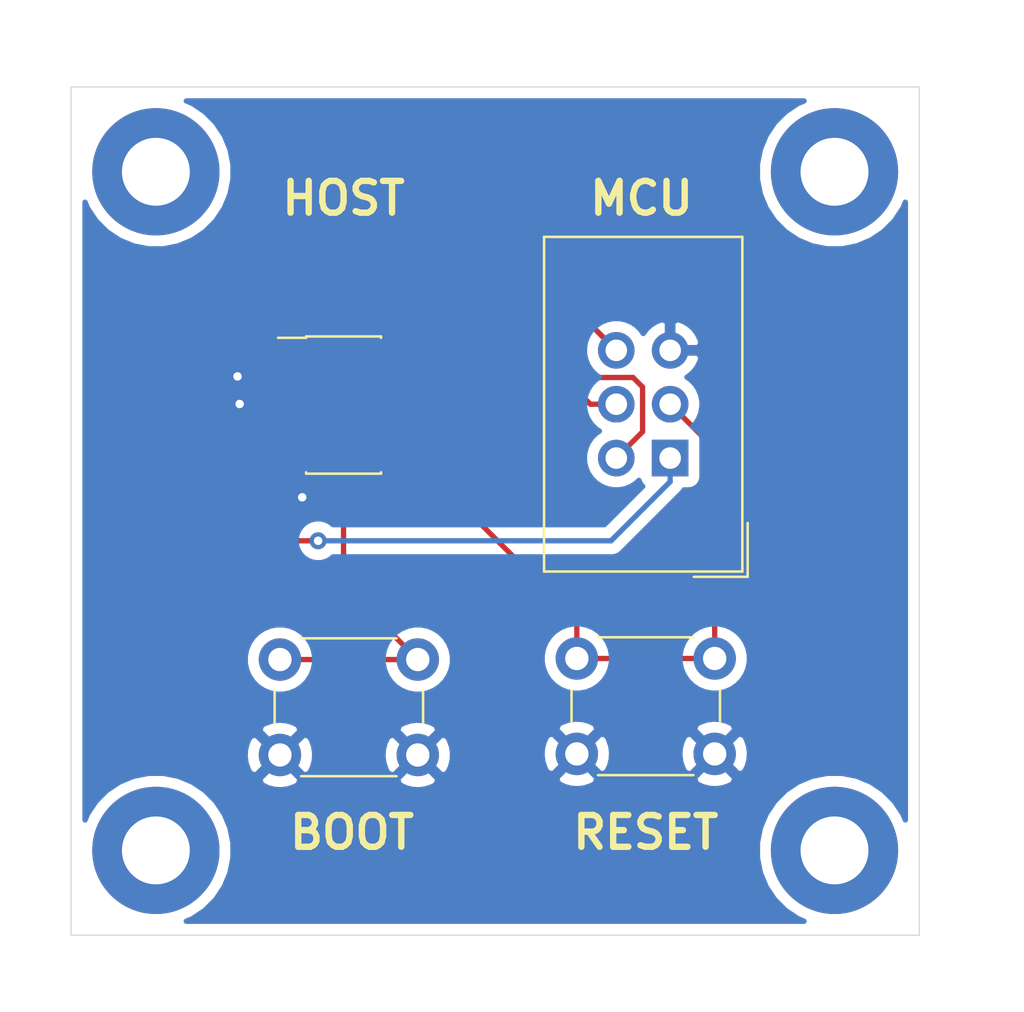
<source format=kicad_pcb>
(kicad_pcb (version 20171130) (host pcbnew 5.1.5+dfsg1-2build2)

  (general
    (thickness 1.6)
    (drawings 8)
    (tracks 46)
    (zones 0)
    (modules 4)
    (nets 10)
  )

  (page A4)
  (layers
    (0 F.Cu signal)
    (31 B.Cu signal)
    (32 B.Adhes user)
    (33 F.Adhes user)
    (34 B.Paste user)
    (35 F.Paste user)
    (36 B.SilkS user)
    (37 F.SilkS user)
    (38 B.Mask user)
    (39 F.Mask user)
    (40 Dwgs.User user)
    (41 Cmts.User user)
    (42 Eco1.User user)
    (43 Eco2.User user)
    (44 Edge.Cuts user)
    (45 Margin user)
    (46 B.CrtYd user)
    (47 F.CrtYd user)
    (48 B.Fab user)
    (49 F.Fab user)
  )

  (setup
    (last_trace_width 0.25)
    (trace_clearance 0.2)
    (zone_clearance 0.508)
    (zone_45_only no)
    (trace_min 0.2)
    (via_size 0.8)
    (via_drill 0.4)
    (via_min_size 0.4)
    (via_min_drill 0.3)
    (uvia_size 0.3)
    (uvia_drill 0.1)
    (uvias_allowed no)
    (uvia_min_size 0.2)
    (uvia_min_drill 0.1)
    (edge_width 0.05)
    (segment_width 0.2)
    (pcb_text_width 0.3)
    (pcb_text_size 1.5 1.5)
    (mod_edge_width 0.12)
    (mod_text_size 1 1)
    (mod_text_width 0.15)
    (pad_size 1.524 1.524)
    (pad_drill 0.762)
    (pad_to_mask_clearance 0.051)
    (solder_mask_min_width 0.25)
    (aux_axis_origin 0 0)
    (visible_elements FFFFFF7F)
    (pcbplotparams
      (layerselection 0x010fc_ffffffff)
      (usegerberextensions true)
      (usegerberattributes false)
      (usegerberadvancedattributes false)
      (creategerberjobfile false)
      (excludeedgelayer true)
      (linewidth 0.100000)
      (plotframeref false)
      (viasonmask false)
      (mode 1)
      (useauxorigin false)
      (hpglpennumber 1)
      (hpglpenspeed 20)
      (hpglpendiameter 15.000000)
      (psnegative false)
      (psa4output false)
      (plotreference true)
      (plotvalue false)
      (plotinvisibletext false)
      (padsonsilk false)
      (subtractmaskfromsilk true)
      (outputformat 1)
      (mirror false)
      (drillshape 0)
      (scaleselection 1)
      (outputdirectory "plot/"))
  )

  (net 0 "")
  (net 1 VREF)
  (net 2 SWDIO)
  (net 3 RESET)
  (net 4 SWDCLK)
  (net 5 GND)
  (net 6 "Net-(J2-Pad6)")
  (net 7 "Net-(J2-Pad7)")
  (net 8 "Net-(J2-Pad8)")
  (net 9 BOOTSEL)

  (net_class Default "This is the default net class."
    (clearance 0.2)
    (trace_width 0.25)
    (via_dia 0.8)
    (via_drill 0.4)
    (uvia_dia 0.3)
    (uvia_drill 0.1)
    (add_net BOOTSEL)
    (add_net GND)
    (add_net "Net-(J2-Pad6)")
    (add_net "Net-(J2-Pad7)")
    (add_net "Net-(J2-Pad8)")
    (add_net RESET)
    (add_net SWDCLK)
    (add_net SWDIO)
    (add_net VREF)
  )

  (module Connector_IDC:IDC-Header_2x03_P2.54mm_Vertical (layer F.Cu) (tedit 59DE0819) (tstamp 636094DC)
    (at 96.25 52.5 180)
    (descr "Through hole straight IDC box header, 2x03, 2.54mm pitch, double rows")
    (tags "Through hole IDC box header THT 2x03 2.54mm double row")
    (path /6359EF4A)
    (fp_text reference J1 (at 1.27 -6.604) (layer F.SilkS) hide
      (effects (font (size 1 1) (thickness 0.15)))
    )
    (fp_text value Conn_02x03_Odd_Even (at 1.27 11.684) (layer F.Fab)
      (effects (font (size 1 1) (thickness 0.15)))
    )
    (fp_text user %R (at 1.27 2.54) (layer F.Fab)
      (effects (font (size 1 1) (thickness 0.15)))
    )
    (fp_line (start 5.695 -5.1) (end 5.695 10.18) (layer F.Fab) (width 0.1))
    (fp_line (start 5.145 -4.56) (end 5.145 9.62) (layer F.Fab) (width 0.1))
    (fp_line (start -3.155 -5.1) (end -3.155 10.18) (layer F.Fab) (width 0.1))
    (fp_line (start -2.605 -4.56) (end -2.605 0.29) (layer F.Fab) (width 0.1))
    (fp_line (start -2.605 4.79) (end -2.605 9.62) (layer F.Fab) (width 0.1))
    (fp_line (start -2.605 0.29) (end -3.155 0.29) (layer F.Fab) (width 0.1))
    (fp_line (start -2.605 4.79) (end -3.155 4.79) (layer F.Fab) (width 0.1))
    (fp_line (start 5.695 -5.1) (end -3.155 -5.1) (layer F.Fab) (width 0.1))
    (fp_line (start 5.145 -4.56) (end -2.605 -4.56) (layer F.Fab) (width 0.1))
    (fp_line (start 5.695 10.18) (end -3.155 10.18) (layer F.Fab) (width 0.1))
    (fp_line (start 5.145 9.62) (end -2.605 9.62) (layer F.Fab) (width 0.1))
    (fp_line (start 5.695 -5.1) (end 5.145 -4.56) (layer F.Fab) (width 0.1))
    (fp_line (start 5.695 10.18) (end 5.145 9.62) (layer F.Fab) (width 0.1))
    (fp_line (start -3.155 -5.1) (end -2.605 -4.56) (layer F.Fab) (width 0.1))
    (fp_line (start -3.155 10.18) (end -2.605 9.62) (layer F.Fab) (width 0.1))
    (fp_line (start 5.95 -5.35) (end 5.95 10.43) (layer F.CrtYd) (width 0.05))
    (fp_line (start 5.95 10.43) (end -3.41 10.43) (layer F.CrtYd) (width 0.05))
    (fp_line (start -3.41 10.43) (end -3.41 -5.35) (layer F.CrtYd) (width 0.05))
    (fp_line (start -3.41 -5.35) (end 5.95 -5.35) (layer F.CrtYd) (width 0.05))
    (fp_line (start 5.945 -5.35) (end 5.945 10.43) (layer F.SilkS) (width 0.12))
    (fp_line (start 5.945 10.43) (end -3.405 10.43) (layer F.SilkS) (width 0.12))
    (fp_line (start -3.405 10.43) (end -3.405 -5.35) (layer F.SilkS) (width 0.12))
    (fp_line (start -3.405 -5.35) (end 5.945 -5.35) (layer F.SilkS) (width 0.12))
    (fp_line (start -3.655 -5.6) (end -3.655 -3.06) (layer F.SilkS) (width 0.12))
    (fp_line (start -3.655 -5.6) (end -1.115 -5.6) (layer F.SilkS) (width 0.12))
    (pad 1 thru_hole rect (at 0 0 180) (size 1.7272 1.7272) (drill 1.016) (layers *.Cu *.Mask)
      (net 1 VREF))
    (pad 2 thru_hole oval (at 2.54 0 180) (size 1.7272 1.7272) (drill 1.016) (layers *.Cu *.Mask)
      (net 2 SWDIO))
    (pad 3 thru_hole oval (at 0 2.54 180) (size 1.7272 1.7272) (drill 1.016) (layers *.Cu *.Mask)
      (net 3 RESET))
    (pad 4 thru_hole oval (at 2.54 2.54 180) (size 1.7272 1.7272) (drill 1.016) (layers *.Cu *.Mask)
      (net 4 SWDCLK))
    (pad 5 thru_hole oval (at 0 5.08 180) (size 1.7272 1.7272) (drill 1.016) (layers *.Cu *.Mask)
      (net 5 GND))
    (pad 6 thru_hole oval (at 2.54 5.08 180) (size 1.7272 1.7272) (drill 1.016) (layers *.Cu *.Mask)
      (net 9 BOOTSEL))
    (model ${KISYS3DMOD}/Connector_IDC.3dshapes/IDC-Header_2x03_P2.54mm_Vertical.wrl
      (at (xyz 0 0 0))
      (scale (xyz 1 1 1))
      (rotate (xyz 0 0 0))
    )
  )

  (module Button_Switch_THT:SW_PUSH_6mm (layer F.Cu) (tedit 5A02FE31) (tstamp 6360947A)
    (at 91.85 61.95)
    (descr https://www.omron.com/ecb/products/pdf/en-b3f.pdf)
    (tags "tact sw push 6mm")
    (path /635A51CB)
    (fp_text reference SW1 (at 3.25 -2) (layer F.SilkS) hide
      (effects (font (size 1 1) (thickness 0.15)))
    )
    (fp_text value SW_Push (at 3.75 6.7) (layer F.Fab)
      (effects (font (size 1 1) (thickness 0.15)))
    )
    (fp_text user %R (at 3.25 2.25) (layer F.Fab)
      (effects (font (size 1 1) (thickness 0.15)))
    )
    (fp_line (start 3.25 -0.75) (end 6.25 -0.75) (layer F.Fab) (width 0.1))
    (fp_line (start 6.25 -0.75) (end 6.25 5.25) (layer F.Fab) (width 0.1))
    (fp_line (start 6.25 5.25) (end 0.25 5.25) (layer F.Fab) (width 0.1))
    (fp_line (start 0.25 5.25) (end 0.25 -0.75) (layer F.Fab) (width 0.1))
    (fp_line (start 0.25 -0.75) (end 3.25 -0.75) (layer F.Fab) (width 0.1))
    (fp_line (start 7.75 6) (end 8 6) (layer F.CrtYd) (width 0.05))
    (fp_line (start 8 6) (end 8 5.75) (layer F.CrtYd) (width 0.05))
    (fp_line (start 7.75 -1.5) (end 8 -1.5) (layer F.CrtYd) (width 0.05))
    (fp_line (start 8 -1.5) (end 8 -1.25) (layer F.CrtYd) (width 0.05))
    (fp_line (start -1.5 -1.25) (end -1.5 -1.5) (layer F.CrtYd) (width 0.05))
    (fp_line (start -1.5 -1.5) (end -1.25 -1.5) (layer F.CrtYd) (width 0.05))
    (fp_line (start -1.5 5.75) (end -1.5 6) (layer F.CrtYd) (width 0.05))
    (fp_line (start -1.5 6) (end -1.25 6) (layer F.CrtYd) (width 0.05))
    (fp_line (start -1.25 -1.5) (end 7.75 -1.5) (layer F.CrtYd) (width 0.05))
    (fp_line (start -1.5 5.75) (end -1.5 -1.25) (layer F.CrtYd) (width 0.05))
    (fp_line (start 7.75 6) (end -1.25 6) (layer F.CrtYd) (width 0.05))
    (fp_line (start 8 -1.25) (end 8 5.75) (layer F.CrtYd) (width 0.05))
    (fp_line (start 1 5.5) (end 5.5 5.5) (layer F.SilkS) (width 0.12))
    (fp_line (start -0.25 1.5) (end -0.25 3) (layer F.SilkS) (width 0.12))
    (fp_line (start 5.5 -1) (end 1 -1) (layer F.SilkS) (width 0.12))
    (fp_line (start 6.75 3) (end 6.75 1.5) (layer F.SilkS) (width 0.12))
    (fp_circle (center 3.25 2.25) (end 1.25 2.5) (layer F.Fab) (width 0.1))
    (pad 2 thru_hole circle (at 0 4.5 90) (size 2 2) (drill 1.1) (layers *.Cu *.Mask)
      (net 5 GND))
    (pad 1 thru_hole circle (at 0 0 90) (size 2 2) (drill 1.1) (layers *.Cu *.Mask)
      (net 3 RESET))
    (pad 2 thru_hole circle (at 6.5 4.5 90) (size 2 2) (drill 1.1) (layers *.Cu *.Mask)
      (net 5 GND))
    (pad 1 thru_hole circle (at 6.5 0 90) (size 2 2) (drill 1.1) (layers *.Cu *.Mask)
      (net 3 RESET))
    (model ${KISYS3DMOD}/Button_Switch_THT.3dshapes/SW_PUSH_6mm.wrl
      (at (xyz 0 0 0))
      (scale (xyz 1 1 1))
      (rotate (xyz 0 0 0))
    )
  )

  (module Button_Switch_THT:SW_PUSH_6mm (layer F.Cu) (tedit 5A02FE31) (tstamp 63609701)
    (at 77.85 62)
    (descr https://www.omron.com/ecb/products/pdf/en-b3f.pdf)
    (tags "tact sw push 6mm")
    (path /635A7C3B)
    (fp_text reference SW2 (at 3.25 -2) (layer F.SilkS) hide
      (effects (font (size 1 1) (thickness 0.15)))
    )
    (fp_text value SW_Push (at 3.75 6.7) (layer F.Fab)
      (effects (font (size 1 1) (thickness 0.15)))
    )
    (fp_circle (center 3.25 2.25) (end 1.25 2.5) (layer F.Fab) (width 0.1))
    (fp_line (start 6.75 3) (end 6.75 1.5) (layer F.SilkS) (width 0.12))
    (fp_line (start 5.5 -1) (end 1 -1) (layer F.SilkS) (width 0.12))
    (fp_line (start -0.25 1.5) (end -0.25 3) (layer F.SilkS) (width 0.12))
    (fp_line (start 1 5.5) (end 5.5 5.5) (layer F.SilkS) (width 0.12))
    (fp_line (start 8 -1.25) (end 8 5.75) (layer F.CrtYd) (width 0.05))
    (fp_line (start 7.75 6) (end -1.25 6) (layer F.CrtYd) (width 0.05))
    (fp_line (start -1.5 5.75) (end -1.5 -1.25) (layer F.CrtYd) (width 0.05))
    (fp_line (start -1.25 -1.5) (end 7.75 -1.5) (layer F.CrtYd) (width 0.05))
    (fp_line (start -1.5 6) (end -1.25 6) (layer F.CrtYd) (width 0.05))
    (fp_line (start -1.5 5.75) (end -1.5 6) (layer F.CrtYd) (width 0.05))
    (fp_line (start -1.5 -1.5) (end -1.25 -1.5) (layer F.CrtYd) (width 0.05))
    (fp_line (start -1.5 -1.25) (end -1.5 -1.5) (layer F.CrtYd) (width 0.05))
    (fp_line (start 8 -1.5) (end 8 -1.25) (layer F.CrtYd) (width 0.05))
    (fp_line (start 7.75 -1.5) (end 8 -1.5) (layer F.CrtYd) (width 0.05))
    (fp_line (start 8 6) (end 8 5.75) (layer F.CrtYd) (width 0.05))
    (fp_line (start 7.75 6) (end 8 6) (layer F.CrtYd) (width 0.05))
    (fp_line (start 0.25 -0.75) (end 3.25 -0.75) (layer F.Fab) (width 0.1))
    (fp_line (start 0.25 5.25) (end 0.25 -0.75) (layer F.Fab) (width 0.1))
    (fp_line (start 6.25 5.25) (end 0.25 5.25) (layer F.Fab) (width 0.1))
    (fp_line (start 6.25 -0.75) (end 6.25 5.25) (layer F.Fab) (width 0.1))
    (fp_line (start 3.25 -0.75) (end 6.25 -0.75) (layer F.Fab) (width 0.1))
    (fp_text user %R (at 3.25 2.25) (layer F.Fab)
      (effects (font (size 1 1) (thickness 0.15)))
    )
    (pad 1 thru_hole circle (at 6.5 0 90) (size 2 2) (drill 1.1) (layers *.Cu *.Mask)
      (net 9 BOOTSEL))
    (pad 2 thru_hole circle (at 6.5 4.5 90) (size 2 2) (drill 1.1) (layers *.Cu *.Mask)
      (net 5 GND))
    (pad 1 thru_hole circle (at 0 0 90) (size 2 2) (drill 1.1) (layers *.Cu *.Mask)
      (net 9 BOOTSEL))
    (pad 2 thru_hole circle (at 0 4.5 90) (size 2 2) (drill 1.1) (layers *.Cu *.Mask)
      (net 5 GND))
    (model ${KISYS3DMOD}/Button_Switch_THT.3dshapes/SW_PUSH_6mm.wrl
      (at (xyz 0 0 0))
      (scale (xyz 1 1 1))
      (rotate (xyz 0 0 0))
    )
  )

  (module Connector_PinHeader_1.27mm:PinHeader_2x05_P1.27mm_Vertical_SMD (layer F.Cu) (tedit 59FED6E3) (tstamp 6360977F)
    (at 80.85 50)
    (descr "surface-mounted straight pin header, 2x05, 1.27mm pitch, double rows")
    (tags "Surface mounted pin header SMD 2x05 1.27mm double row")
    (path /635A08CF)
    (attr smd)
    (fp_text reference J2 (at 0 -4.235) (layer F.SilkS) hide
      (effects (font (size 1 1) (thickness 0.15)))
    )
    (fp_text value Conn_02x05_Odd_Even (at 0 4.235) (layer F.Fab)
      (effects (font (size 1 1) (thickness 0.15)))
    )
    (fp_line (start 1.705 3.175) (end -1.705 3.175) (layer F.Fab) (width 0.1))
    (fp_line (start -1.27 -3.175) (end 1.705 -3.175) (layer F.Fab) (width 0.1))
    (fp_line (start -1.705 3.175) (end -1.705 -2.74) (layer F.Fab) (width 0.1))
    (fp_line (start -1.705 -2.74) (end -1.27 -3.175) (layer F.Fab) (width 0.1))
    (fp_line (start 1.705 -3.175) (end 1.705 3.175) (layer F.Fab) (width 0.1))
    (fp_line (start -1.705 -2.74) (end -2.75 -2.74) (layer F.Fab) (width 0.1))
    (fp_line (start -2.75 -2.74) (end -2.75 -2.34) (layer F.Fab) (width 0.1))
    (fp_line (start -2.75 -2.34) (end -1.705 -2.34) (layer F.Fab) (width 0.1))
    (fp_line (start 1.705 -2.74) (end 2.75 -2.74) (layer F.Fab) (width 0.1))
    (fp_line (start 2.75 -2.74) (end 2.75 -2.34) (layer F.Fab) (width 0.1))
    (fp_line (start 2.75 -2.34) (end 1.705 -2.34) (layer F.Fab) (width 0.1))
    (fp_line (start -1.705 -1.47) (end -2.75 -1.47) (layer F.Fab) (width 0.1))
    (fp_line (start -2.75 -1.47) (end -2.75 -1.07) (layer F.Fab) (width 0.1))
    (fp_line (start -2.75 -1.07) (end -1.705 -1.07) (layer F.Fab) (width 0.1))
    (fp_line (start 1.705 -1.47) (end 2.75 -1.47) (layer F.Fab) (width 0.1))
    (fp_line (start 2.75 -1.47) (end 2.75 -1.07) (layer F.Fab) (width 0.1))
    (fp_line (start 2.75 -1.07) (end 1.705 -1.07) (layer F.Fab) (width 0.1))
    (fp_line (start -1.705 -0.2) (end -2.75 -0.2) (layer F.Fab) (width 0.1))
    (fp_line (start -2.75 -0.2) (end -2.75 0.2) (layer F.Fab) (width 0.1))
    (fp_line (start -2.75 0.2) (end -1.705 0.2) (layer F.Fab) (width 0.1))
    (fp_line (start 1.705 -0.2) (end 2.75 -0.2) (layer F.Fab) (width 0.1))
    (fp_line (start 2.75 -0.2) (end 2.75 0.2) (layer F.Fab) (width 0.1))
    (fp_line (start 2.75 0.2) (end 1.705 0.2) (layer F.Fab) (width 0.1))
    (fp_line (start -1.705 1.07) (end -2.75 1.07) (layer F.Fab) (width 0.1))
    (fp_line (start -2.75 1.07) (end -2.75 1.47) (layer F.Fab) (width 0.1))
    (fp_line (start -2.75 1.47) (end -1.705 1.47) (layer F.Fab) (width 0.1))
    (fp_line (start 1.705 1.07) (end 2.75 1.07) (layer F.Fab) (width 0.1))
    (fp_line (start 2.75 1.07) (end 2.75 1.47) (layer F.Fab) (width 0.1))
    (fp_line (start 2.75 1.47) (end 1.705 1.47) (layer F.Fab) (width 0.1))
    (fp_line (start -1.705 2.34) (end -2.75 2.34) (layer F.Fab) (width 0.1))
    (fp_line (start -2.75 2.34) (end -2.75 2.74) (layer F.Fab) (width 0.1))
    (fp_line (start -2.75 2.74) (end -1.705 2.74) (layer F.Fab) (width 0.1))
    (fp_line (start 1.705 2.34) (end 2.75 2.34) (layer F.Fab) (width 0.1))
    (fp_line (start 2.75 2.34) (end 2.75 2.74) (layer F.Fab) (width 0.1))
    (fp_line (start 2.75 2.74) (end 1.705 2.74) (layer F.Fab) (width 0.1))
    (fp_line (start -1.765 -3.235) (end 1.765 -3.235) (layer F.SilkS) (width 0.12))
    (fp_line (start -1.765 3.235) (end 1.765 3.235) (layer F.SilkS) (width 0.12))
    (fp_line (start -3.09 -3.17) (end -1.765 -3.17) (layer F.SilkS) (width 0.12))
    (fp_line (start -1.765 -3.235) (end -1.765 -3.17) (layer F.SilkS) (width 0.12))
    (fp_line (start 1.765 -3.235) (end 1.765 -3.17) (layer F.SilkS) (width 0.12))
    (fp_line (start -1.765 3.17) (end -1.765 3.235) (layer F.SilkS) (width 0.12))
    (fp_line (start 1.765 3.17) (end 1.765 3.235) (layer F.SilkS) (width 0.12))
    (fp_line (start -4.3 -3.7) (end -4.3 3.7) (layer F.CrtYd) (width 0.05))
    (fp_line (start -4.3 3.7) (end 4.3 3.7) (layer F.CrtYd) (width 0.05))
    (fp_line (start 4.3 3.7) (end 4.3 -3.7) (layer F.CrtYd) (width 0.05))
    (fp_line (start 4.3 -3.7) (end -4.3 -3.7) (layer F.CrtYd) (width 0.05))
    (fp_text user %R (at 0 0 90) (layer F.Fab)
      (effects (font (size 1 1) (thickness 0.15)))
    )
    (pad 1 smd rect (at -1.95 -2.54) (size 2.4 0.74) (layers F.Cu F.Paste F.Mask)
      (net 1 VREF))
    (pad 2 smd rect (at 1.95 -2.54) (size 2.4 0.74) (layers F.Cu F.Paste F.Mask)
      (net 2 SWDIO))
    (pad 3 smd rect (at -1.95 -1.27) (size 2.4 0.74) (layers F.Cu F.Paste F.Mask)
      (net 5 GND))
    (pad 4 smd rect (at 1.95 -1.27) (size 2.4 0.74) (layers F.Cu F.Paste F.Mask)
      (net 4 SWDCLK))
    (pad 5 smd rect (at -1.95 0) (size 2.4 0.74) (layers F.Cu F.Paste F.Mask)
      (net 5 GND))
    (pad 6 smd rect (at 1.95 0) (size 2.4 0.74) (layers F.Cu F.Paste F.Mask)
      (net 6 "Net-(J2-Pad6)"))
    (pad 7 smd rect (at -1.95 1.27) (size 2.4 0.74) (layers F.Cu F.Paste F.Mask)
      (net 7 "Net-(J2-Pad7)"))
    (pad 8 smd rect (at 1.95 1.27) (size 2.4 0.74) (layers F.Cu F.Paste F.Mask)
      (net 8 "Net-(J2-Pad8)"))
    (pad 9 smd rect (at -1.95 2.54) (size 2.4 0.74) (layers F.Cu F.Paste F.Mask)
      (net 5 GND))
    (pad 10 smd rect (at 1.95 2.54) (size 2.4 0.74) (layers F.Cu F.Paste F.Mask)
      (net 3 RESET))
    (model ${KISYS3DMOD}/Connector_PinHeader_1.27mm.3dshapes/PinHeader_2x05_P1.27mm_Vertical_SMD.wrl
      (at (xyz 0 0 0))
      (scale (xyz 1 1 1))
      (rotate (xyz 0 0 0))
    )
  )

  (gr_line (start 68 35) (end 68 75) (layer Edge.Cuts) (width 0.05) (tstamp 6360918D))
  (gr_line (start 108 75) (end 108 35) (layer Edge.Cuts) (width 0.05) (tstamp 6360918C))
  (gr_line (start 68 75) (end 108 75) (layer Edge.Cuts) (width 0.05) (tstamp 63609175))
  (gr_line (start 68 35) (end 108 35) (layer Edge.Cuts) (width 0.05))
  (gr_text HOST (at 80.85 40.25) (layer F.SilkS) (tstamp 636096A5)
    (effects (font (size 1.5 1.5) (thickness 0.3)))
  )
  (gr_text MCU (at 94.9 40.25) (layer F.SilkS) (tstamp 6360969F)
    (effects (font (size 1.5 1.5) (thickness 0.3)))
  )
  (gr_text RESET (at 95.1 70.15) (layer F.SilkS) (tstamp 636093AC)
    (effects (font (size 1.5 1.5) (thickness 0.3)))
  )
  (gr_text BOOT (at 81.25 70.15) (layer F.SilkS) (tstamp 636093E8)
    (effects (font (size 1.5 1.5) (thickness 0.3)))
  )

  (via (at 104 71) (size 6) (drill 3.2) (layers F.Cu B.Cu) (net 0))
  (via (at 72 71) (size 6) (drill 3.2) (layers F.Cu B.Cu) (net 0) (tstamp 6360919F))
  (via (at 72 39) (size 6) (drill 3.2) (layers F.Cu B.Cu) (net 0) (tstamp 636091A1))
  (via (at 104 39) (size 6) (drill 3.2) (layers F.Cu B.Cu) (net 0) (tstamp 636091A1))
  (segment (start 78.9 47.46) (end 75.09 47.46) (width 0.25) (layer F.Cu) (net 1))
  (segment (start 75.09 47.46) (end 74.5 48.05) (width 0.25) (layer F.Cu) (net 1))
  (segment (start 74.5 48.05) (end 74.5 54.25) (width 0.25) (layer F.Cu) (net 1))
  (via (at 79.65 56.4) (size 0.8) (drill 0.4) (layers F.Cu B.Cu) (net 1))
  (segment (start 76.65 56.4) (end 79.65 56.4) (width 0.25) (layer F.Cu) (net 1))
  (segment (start 74.5 54.25) (end 76.65 56.4) (width 0.25) (layer F.Cu) (net 1))
  (segment (start 96.25 53.6136) (end 96.25 52.5) (width 0.25) (layer B.Cu) (net 1))
  (segment (start 93.4636 56.4) (end 96.25 53.6136) (width 0.25) (layer B.Cu) (net 1))
  (segment (start 79.65 56.4) (end 93.4636 56.4) (width 0.25) (layer B.Cu) (net 1))
  (segment (start 82.8 47.46) (end 91.21 47.46) (width 0.25) (layer F.Cu) (net 2))
  (segment (start 91.21 47.46) (end 92.45 48.7) (width 0.25) (layer F.Cu) (net 2))
  (segment (start 92.45 48.7) (end 94.5 48.7) (width 0.25) (layer F.Cu) (net 2))
  (segment (start 94.5 48.7) (end 94.95 49.15) (width 0.25) (layer F.Cu) (net 2))
  (segment (start 94.95 51.26) (end 93.71 52.5) (width 0.25) (layer F.Cu) (net 2))
  (segment (start 94.95 49.15) (end 94.95 51.26) (width 0.25) (layer F.Cu) (net 2))
  (segment (start 98.35 61.95) (end 91.85 61.95) (width 0.25) (layer F.Cu) (net 3) (tstamp 6360966C))
  (segment (start 91.85 60.535787) (end 91.85 61.95) (width 0.25) (layer F.Cu) (net 3))
  (segment (start 91.85 60.14) (end 91.85 60.535787) (width 0.25) (layer F.Cu) (net 3))
  (segment (start 84.25 52.54) (end 91.85 60.14) (width 0.25) (layer F.Cu) (net 3))
  (segment (start 82.8 52.54) (end 84.25 52.54) (width 0.25) (layer F.Cu) (net 3))
  (segment (start 98.35 52.06) (end 98.35 61.95) (width 0.25) (layer F.Cu) (net 3))
  (segment (start 96.25 49.96) (end 98.35 52.06) (width 0.25) (layer F.Cu) (net 3))
  (segment (start 84.25 48.73) (end 82.8 48.73) (width 0.25) (layer F.Cu) (net 4))
  (segment (start 91.258686 48.73) (end 84.25 48.73) (width 0.25) (layer F.Cu) (net 4))
  (segment (start 92.488686 49.96) (end 91.258686 48.73) (width 0.25) (layer F.Cu) (net 4))
  (segment (start 93.71 49.96) (end 92.488686 49.96) (width 0.25) (layer F.Cu) (net 4))
  (via (at 78.9 54.35) (size 0.8) (drill 0.4) (layers F.Cu B.Cu) (net 5) (tstamp 636096CC))
  (segment (start 78.9 52.54) (end 78.9 54.35) (width 0.25) (layer F.Cu) (net 5) (tstamp 636096A8))
  (via (at 75.85 48.65) (size 0.8) (drill 0.4) (layers F.Cu B.Cu) (net 5))
  (segment (start 75.93 48.73) (end 75.85 48.65) (width 0.25) (layer F.Cu) (net 5) (tstamp 636096CF))
  (segment (start 78.9 48.73) (end 75.93 48.73) (width 0.25) (layer F.Cu) (net 5) (tstamp 636096DE))
  (via (at 75.95 49.95) (size 0.8) (drill 0.4) (layers F.Cu B.Cu) (net 5) (tstamp 63609675))
  (segment (start 76 50) (end 75.95 49.95) (width 0.25) (layer F.Cu) (net 5) (tstamp 63609804))
  (segment (start 78.9 50) (end 76 50) (width 0.25) (layer F.Cu) (net 5) (tstamp 636096D5))
  (segment (start 82.935787 62) (end 77.85 62) (width 0.25) (layer F.Cu) (net 9) (tstamp 6360967B))
  (segment (start 84.35 62) (end 82.935787 62) (width 0.25) (layer F.Cu) (net 9) (tstamp 63609681))
  (segment (start 93.71 47.42) (end 92.846401 46.556401) (width 0.25) (layer F.Cu) (net 9))
  (segment (start 92.34 46.05) (end 93.71 47.42) (width 0.25) (layer F.Cu) (net 9))
  (segment (start 81.65 46.05) (end 92.34 46.05) (width 0.25) (layer F.Cu) (net 9))
  (segment (start 80.85 46.85) (end 81.65 46.05) (width 0.25) (layer F.Cu) (net 9))
  (segment (start 80.85 58.5) (end 80.85 46.85) (width 0.25) (layer F.Cu) (net 9))
  (segment (start 84.35 62) (end 80.85 58.5) (width 0.25) (layer F.Cu) (net 9))

  (zone (net 5) (net_name GND) (layer B.Cu) (tstamp 63840437) (hatch edge 0.508)
    (connect_pads (clearance 0.508))
    (min_thickness 0.254)
    (fill yes (arc_segments 32) (thermal_gap 0.508) (thermal_bridge_width 0.508))
    (polygon
      (pts
        (xy 112.95 78.65) (xy 65.05 78.25) (xy 64.65 32.25) (xy 85.3 31.55) (xy 111 30.9)
      )
    )
    (filled_polygon
      (pts
        (xy 102.278182 35.778705) (xy 101.682823 36.176511) (xy 101.176511 36.682823) (xy 100.778705 37.278182) (xy 100.504691 37.93971)
        (xy 100.365 38.641984) (xy 100.365 39.358016) (xy 100.504691 40.06029) (xy 100.778705 40.721818) (xy 101.176511 41.317177)
        (xy 101.682823 41.823489) (xy 102.278182 42.221295) (xy 102.93971 42.495309) (xy 103.641984 42.635) (xy 104.358016 42.635)
        (xy 105.06029 42.495309) (xy 105.721818 42.221295) (xy 106.317177 41.823489) (xy 106.823489 41.317177) (xy 107.221295 40.721818)
        (xy 107.340001 40.435237) (xy 107.34 69.564761) (xy 107.221295 69.278182) (xy 106.823489 68.682823) (xy 106.317177 68.176511)
        (xy 105.721818 67.778705) (xy 105.06029 67.504691) (xy 104.358016 67.365) (xy 103.641984 67.365) (xy 102.93971 67.504691)
        (xy 102.278182 67.778705) (xy 101.682823 68.176511) (xy 101.176511 68.682823) (xy 100.778705 69.278182) (xy 100.504691 69.93971)
        (xy 100.365 70.641984) (xy 100.365 71.358016) (xy 100.504691 72.06029) (xy 100.778705 72.721818) (xy 101.176511 73.317177)
        (xy 101.682823 73.823489) (xy 102.278182 74.221295) (xy 102.564761 74.34) (xy 73.435239 74.34) (xy 73.721818 74.221295)
        (xy 74.317177 73.823489) (xy 74.823489 73.317177) (xy 75.221295 72.721818) (xy 75.495309 72.06029) (xy 75.635 71.358016)
        (xy 75.635 70.641984) (xy 75.495309 69.93971) (xy 75.221295 69.278182) (xy 74.823489 68.682823) (xy 74.317177 68.176511)
        (xy 73.721818 67.778705) (xy 73.375881 67.635413) (xy 76.894192 67.635413) (xy 76.989956 67.899814) (xy 77.279571 68.040704)
        (xy 77.591108 68.122384) (xy 77.912595 68.141718) (xy 78.231675 68.097961) (xy 78.536088 67.992795) (xy 78.710044 67.899814)
        (xy 78.805808 67.635413) (xy 83.394192 67.635413) (xy 83.489956 67.899814) (xy 83.779571 68.040704) (xy 84.091108 68.122384)
        (xy 84.412595 68.141718) (xy 84.731675 68.097961) (xy 85.036088 67.992795) (xy 85.210044 67.899814) (xy 85.305808 67.635413)
        (xy 85.255808 67.585413) (xy 90.894192 67.585413) (xy 90.989956 67.849814) (xy 91.279571 67.990704) (xy 91.591108 68.072384)
        (xy 91.912595 68.091718) (xy 92.231675 68.047961) (xy 92.536088 67.942795) (xy 92.710044 67.849814) (xy 92.805808 67.585413)
        (xy 97.394192 67.585413) (xy 97.489956 67.849814) (xy 97.779571 67.990704) (xy 98.091108 68.072384) (xy 98.412595 68.091718)
        (xy 98.731675 68.047961) (xy 99.036088 67.942795) (xy 99.210044 67.849814) (xy 99.305808 67.585413) (xy 98.35 66.629605)
        (xy 97.394192 67.585413) (xy 92.805808 67.585413) (xy 91.85 66.629605) (xy 90.894192 67.585413) (xy 85.255808 67.585413)
        (xy 84.35 66.679605) (xy 83.394192 67.635413) (xy 78.805808 67.635413) (xy 77.85 66.679605) (xy 76.894192 67.635413)
        (xy 73.375881 67.635413) (xy 73.06029 67.504691) (xy 72.358016 67.365) (xy 71.641984 67.365) (xy 70.93971 67.504691)
        (xy 70.278182 67.778705) (xy 69.682823 68.176511) (xy 69.176511 68.682823) (xy 68.778705 69.278182) (xy 68.66 69.564761)
        (xy 68.66 66.562595) (xy 76.208282 66.562595) (xy 76.252039 66.881675) (xy 76.357205 67.186088) (xy 76.450186 67.360044)
        (xy 76.714587 67.455808) (xy 77.670395 66.5) (xy 78.029605 66.5) (xy 78.985413 67.455808) (xy 79.249814 67.360044)
        (xy 79.390704 67.070429) (xy 79.472384 66.758892) (xy 79.484189 66.562595) (xy 82.708282 66.562595) (xy 82.752039 66.881675)
        (xy 82.857205 67.186088) (xy 82.950186 67.360044) (xy 83.214587 67.455808) (xy 84.170395 66.5) (xy 84.529605 66.5)
        (xy 85.485413 67.455808) (xy 85.749814 67.360044) (xy 85.890704 67.070429) (xy 85.972384 66.758892) (xy 85.987196 66.512595)
        (xy 90.208282 66.512595) (xy 90.252039 66.831675) (xy 90.357205 67.136088) (xy 90.450186 67.310044) (xy 90.714587 67.405808)
        (xy 91.670395 66.45) (xy 92.029605 66.45) (xy 92.985413 67.405808) (xy 93.249814 67.310044) (xy 93.390704 67.020429)
        (xy 93.472384 66.708892) (xy 93.484189 66.512595) (xy 96.708282 66.512595) (xy 96.752039 66.831675) (xy 96.857205 67.136088)
        (xy 96.950186 67.310044) (xy 97.214587 67.405808) (xy 98.170395 66.45) (xy 98.529605 66.45) (xy 99.485413 67.405808)
        (xy 99.749814 67.310044) (xy 99.890704 67.020429) (xy 99.972384 66.708892) (xy 99.991718 66.387405) (xy 99.947961 66.068325)
        (xy 99.842795 65.763912) (xy 99.749814 65.589956) (xy 99.485413 65.494192) (xy 98.529605 66.45) (xy 98.170395 66.45)
        (xy 97.214587 65.494192) (xy 96.950186 65.589956) (xy 96.809296 65.879571) (xy 96.727616 66.191108) (xy 96.708282 66.512595)
        (xy 93.484189 66.512595) (xy 93.491718 66.387405) (xy 93.447961 66.068325) (xy 93.342795 65.763912) (xy 93.249814 65.589956)
        (xy 92.985413 65.494192) (xy 92.029605 66.45) (xy 91.670395 66.45) (xy 90.714587 65.494192) (xy 90.450186 65.589956)
        (xy 90.309296 65.879571) (xy 90.227616 66.191108) (xy 90.208282 66.512595) (xy 85.987196 66.512595) (xy 85.991718 66.437405)
        (xy 85.947961 66.118325) (xy 85.842795 65.813912) (xy 85.749814 65.639956) (xy 85.485413 65.544192) (xy 84.529605 66.5)
        (xy 84.170395 66.5) (xy 83.214587 65.544192) (xy 82.950186 65.639956) (xy 82.809296 65.929571) (xy 82.727616 66.241108)
        (xy 82.708282 66.562595) (xy 79.484189 66.562595) (xy 79.491718 66.437405) (xy 79.447961 66.118325) (xy 79.342795 65.813912)
        (xy 79.249814 65.639956) (xy 78.985413 65.544192) (xy 78.029605 66.5) (xy 77.670395 66.5) (xy 76.714587 65.544192)
        (xy 76.450186 65.639956) (xy 76.309296 65.929571) (xy 76.227616 66.241108) (xy 76.208282 66.562595) (xy 68.66 66.562595)
        (xy 68.66 65.364587) (xy 76.894192 65.364587) (xy 77.85 66.320395) (xy 78.805808 65.364587) (xy 83.394192 65.364587)
        (xy 84.35 66.320395) (xy 85.305808 65.364587) (xy 85.287699 65.314587) (xy 90.894192 65.314587) (xy 91.85 66.270395)
        (xy 92.805808 65.314587) (xy 97.394192 65.314587) (xy 98.35 66.270395) (xy 99.305808 65.314587) (xy 99.210044 65.050186)
        (xy 98.920429 64.909296) (xy 98.608892 64.827616) (xy 98.287405 64.808282) (xy 97.968325 64.852039) (xy 97.663912 64.957205)
        (xy 97.489956 65.050186) (xy 97.394192 65.314587) (xy 92.805808 65.314587) (xy 92.710044 65.050186) (xy 92.420429 64.909296)
        (xy 92.108892 64.827616) (xy 91.787405 64.808282) (xy 91.468325 64.852039) (xy 91.163912 64.957205) (xy 90.989956 65.050186)
        (xy 90.894192 65.314587) (xy 85.287699 65.314587) (xy 85.210044 65.100186) (xy 84.920429 64.959296) (xy 84.608892 64.877616)
        (xy 84.287405 64.858282) (xy 83.968325 64.902039) (xy 83.663912 65.007205) (xy 83.489956 65.100186) (xy 83.394192 65.364587)
        (xy 78.805808 65.364587) (xy 78.710044 65.100186) (xy 78.420429 64.959296) (xy 78.108892 64.877616) (xy 77.787405 64.858282)
        (xy 77.468325 64.902039) (xy 77.163912 65.007205) (xy 76.989956 65.100186) (xy 76.894192 65.364587) (xy 68.66 65.364587)
        (xy 68.66 61.838967) (xy 76.215 61.838967) (xy 76.215 62.161033) (xy 76.277832 62.476912) (xy 76.401082 62.774463)
        (xy 76.580013 63.042252) (xy 76.807748 63.269987) (xy 77.075537 63.448918) (xy 77.373088 63.572168) (xy 77.688967 63.635)
        (xy 78.011033 63.635) (xy 78.326912 63.572168) (xy 78.624463 63.448918) (xy 78.892252 63.269987) (xy 79.119987 63.042252)
        (xy 79.298918 62.774463) (xy 79.422168 62.476912) (xy 79.485 62.161033) (xy 79.485 61.838967) (xy 82.715 61.838967)
        (xy 82.715 62.161033) (xy 82.777832 62.476912) (xy 82.901082 62.774463) (xy 83.080013 63.042252) (xy 83.307748 63.269987)
        (xy 83.575537 63.448918) (xy 83.873088 63.572168) (xy 84.188967 63.635) (xy 84.511033 63.635) (xy 84.826912 63.572168)
        (xy 85.124463 63.448918) (xy 85.392252 63.269987) (xy 85.619987 63.042252) (xy 85.798918 62.774463) (xy 85.922168 62.476912)
        (xy 85.985 62.161033) (xy 85.985 61.838967) (xy 85.975055 61.788967) (xy 90.215 61.788967) (xy 90.215 62.111033)
        (xy 90.277832 62.426912) (xy 90.401082 62.724463) (xy 90.580013 62.992252) (xy 90.807748 63.219987) (xy 91.075537 63.398918)
        (xy 91.373088 63.522168) (xy 91.688967 63.585) (xy 92.011033 63.585) (xy 92.326912 63.522168) (xy 92.624463 63.398918)
        (xy 92.892252 63.219987) (xy 93.119987 62.992252) (xy 93.298918 62.724463) (xy 93.422168 62.426912) (xy 93.485 62.111033)
        (xy 93.485 61.788967) (xy 96.715 61.788967) (xy 96.715 62.111033) (xy 96.777832 62.426912) (xy 96.901082 62.724463)
        (xy 97.080013 62.992252) (xy 97.307748 63.219987) (xy 97.575537 63.398918) (xy 97.873088 63.522168) (xy 98.188967 63.585)
        (xy 98.511033 63.585) (xy 98.826912 63.522168) (xy 99.124463 63.398918) (xy 99.392252 63.219987) (xy 99.619987 62.992252)
        (xy 99.798918 62.724463) (xy 99.922168 62.426912) (xy 99.985 62.111033) (xy 99.985 61.788967) (xy 99.922168 61.473088)
        (xy 99.798918 61.175537) (xy 99.619987 60.907748) (xy 99.392252 60.680013) (xy 99.124463 60.501082) (xy 98.826912 60.377832)
        (xy 98.511033 60.315) (xy 98.188967 60.315) (xy 97.873088 60.377832) (xy 97.575537 60.501082) (xy 97.307748 60.680013)
        (xy 97.080013 60.907748) (xy 96.901082 61.175537) (xy 96.777832 61.473088) (xy 96.715 61.788967) (xy 93.485 61.788967)
        (xy 93.422168 61.473088) (xy 93.298918 61.175537) (xy 93.119987 60.907748) (xy 92.892252 60.680013) (xy 92.624463 60.501082)
        (xy 92.326912 60.377832) (xy 92.011033 60.315) (xy 91.688967 60.315) (xy 91.373088 60.377832) (xy 91.075537 60.501082)
        (xy 90.807748 60.680013) (xy 90.580013 60.907748) (xy 90.401082 61.175537) (xy 90.277832 61.473088) (xy 90.215 61.788967)
        (xy 85.975055 61.788967) (xy 85.922168 61.523088) (xy 85.798918 61.225537) (xy 85.619987 60.957748) (xy 85.392252 60.730013)
        (xy 85.124463 60.551082) (xy 84.826912 60.427832) (xy 84.511033 60.365) (xy 84.188967 60.365) (xy 83.873088 60.427832)
        (xy 83.575537 60.551082) (xy 83.307748 60.730013) (xy 83.080013 60.957748) (xy 82.901082 61.225537) (xy 82.777832 61.523088)
        (xy 82.715 61.838967) (xy 79.485 61.838967) (xy 79.422168 61.523088) (xy 79.298918 61.225537) (xy 79.119987 60.957748)
        (xy 78.892252 60.730013) (xy 78.624463 60.551082) (xy 78.326912 60.427832) (xy 78.011033 60.365) (xy 77.688967 60.365)
        (xy 77.373088 60.427832) (xy 77.075537 60.551082) (xy 76.807748 60.730013) (xy 76.580013 60.957748) (xy 76.401082 61.225537)
        (xy 76.277832 61.523088) (xy 76.215 61.838967) (xy 68.66 61.838967) (xy 68.66 56.298061) (xy 78.615 56.298061)
        (xy 78.615 56.501939) (xy 78.654774 56.701898) (xy 78.732795 56.890256) (xy 78.846063 57.059774) (xy 78.990226 57.203937)
        (xy 79.159744 57.317205) (xy 79.348102 57.395226) (xy 79.548061 57.435) (xy 79.751939 57.435) (xy 79.951898 57.395226)
        (xy 80.140256 57.317205) (xy 80.309774 57.203937) (xy 80.353711 57.16) (xy 93.426278 57.16) (xy 93.4636 57.163676)
        (xy 93.500922 57.16) (xy 93.500933 57.16) (xy 93.612586 57.149003) (xy 93.755847 57.105546) (xy 93.887876 57.034974)
        (xy 94.003601 56.940001) (xy 94.027404 56.910997) (xy 96.761004 54.177398) (xy 96.790001 54.153601) (xy 96.884974 54.037876)
        (xy 96.904326 54.001672) (xy 97.1136 54.001672) (xy 97.238082 53.989412) (xy 97.35778 53.953102) (xy 97.468094 53.894137)
        (xy 97.564785 53.814785) (xy 97.644137 53.718094) (xy 97.703102 53.60778) (xy 97.739412 53.488082) (xy 97.751672 53.3636)
        (xy 97.751672 51.6364) (xy 97.739412 51.511918) (xy 97.703102 51.39222) (xy 97.644137 51.281906) (xy 97.564785 51.185215)
        (xy 97.468094 51.105863) (xy 97.35778 51.046898) (xy 97.299977 51.029364) (xy 97.414039 50.915302) (xy 97.578042 50.669853)
        (xy 97.69101 50.397125) (xy 97.7486 50.107599) (xy 97.7486 49.812401) (xy 97.69101 49.522875) (xy 97.578042 49.250147)
        (xy 97.414039 49.004698) (xy 97.205302 48.795961) (xy 97.039897 48.685441) (xy 97.138488 48.626817) (xy 97.356854 48.430293)
        (xy 97.532684 48.194944) (xy 97.659222 47.929814) (xy 97.704958 47.779026) (xy 97.583817 47.547) (xy 96.377 47.547)
        (xy 96.377 47.567) (xy 96.123 47.567) (xy 96.123 47.547) (xy 96.103 47.547) (xy 96.103 47.293)
        (xy 96.123 47.293) (xy 96.123 46.085536) (xy 96.377 46.085536) (xy 96.377 47.293) (xy 97.583817 47.293)
        (xy 97.704958 47.060974) (xy 97.659222 46.910186) (xy 97.532684 46.645056) (xy 97.356854 46.409707) (xy 97.138488 46.213183)
        (xy 96.885978 46.063036) (xy 96.609027 45.965037) (xy 96.377 46.085536) (xy 96.123 46.085536) (xy 95.890973 45.965037)
        (xy 95.614022 46.063036) (xy 95.361512 46.213183) (xy 95.143146 46.409707) (xy 94.981692 46.625813) (xy 94.874039 46.464698)
        (xy 94.665302 46.255961) (xy 94.419853 46.091958) (xy 94.147125 45.97899) (xy 93.857599 45.9214) (xy 93.562401 45.9214)
        (xy 93.272875 45.97899) (xy 93.000147 46.091958) (xy 92.754698 46.255961) (xy 92.545961 46.464698) (xy 92.381958 46.710147)
        (xy 92.26899 46.982875) (xy 92.2114 47.272401) (xy 92.2114 47.567599) (xy 92.26899 47.857125) (xy 92.381958 48.129853)
        (xy 92.545961 48.375302) (xy 92.754698 48.584039) (xy 92.913281 48.69) (xy 92.754698 48.795961) (xy 92.545961 49.004698)
        (xy 92.381958 49.250147) (xy 92.26899 49.522875) (xy 92.2114 49.812401) (xy 92.2114 50.107599) (xy 92.26899 50.397125)
        (xy 92.381958 50.669853) (xy 92.545961 50.915302) (xy 92.754698 51.124039) (xy 92.913281 51.23) (xy 92.754698 51.335961)
        (xy 92.545961 51.544698) (xy 92.381958 51.790147) (xy 92.26899 52.062875) (xy 92.2114 52.352401) (xy 92.2114 52.647599)
        (xy 92.26899 52.937125) (xy 92.381958 53.209853) (xy 92.545961 53.455302) (xy 92.754698 53.664039) (xy 93.000147 53.828042)
        (xy 93.272875 53.94101) (xy 93.562401 53.9986) (xy 93.857599 53.9986) (xy 94.147125 53.94101) (xy 94.419853 53.828042)
        (xy 94.665302 53.664039) (xy 94.779364 53.549977) (xy 94.796898 53.60778) (xy 94.855863 53.718094) (xy 94.935215 53.814785)
        (xy 94.956525 53.832273) (xy 93.148799 55.64) (xy 80.353711 55.64) (xy 80.309774 55.596063) (xy 80.140256 55.482795)
        (xy 79.951898 55.404774) (xy 79.751939 55.365) (xy 79.548061 55.365) (xy 79.348102 55.404774) (xy 79.159744 55.482795)
        (xy 78.990226 55.596063) (xy 78.846063 55.740226) (xy 78.732795 55.909744) (xy 78.654774 56.098102) (xy 78.615 56.298061)
        (xy 68.66 56.298061) (xy 68.66 40.435239) (xy 68.778705 40.721818) (xy 69.176511 41.317177) (xy 69.682823 41.823489)
        (xy 70.278182 42.221295) (xy 70.93971 42.495309) (xy 71.641984 42.635) (xy 72.358016 42.635) (xy 73.06029 42.495309)
        (xy 73.721818 42.221295) (xy 74.317177 41.823489) (xy 74.823489 41.317177) (xy 75.221295 40.721818) (xy 75.495309 40.06029)
        (xy 75.635 39.358016) (xy 75.635 38.641984) (xy 75.495309 37.93971) (xy 75.221295 37.278182) (xy 74.823489 36.682823)
        (xy 74.317177 36.176511) (xy 73.721818 35.778705) (xy 73.435239 35.66) (xy 102.564761 35.66)
      )
    )
  )
)

</source>
